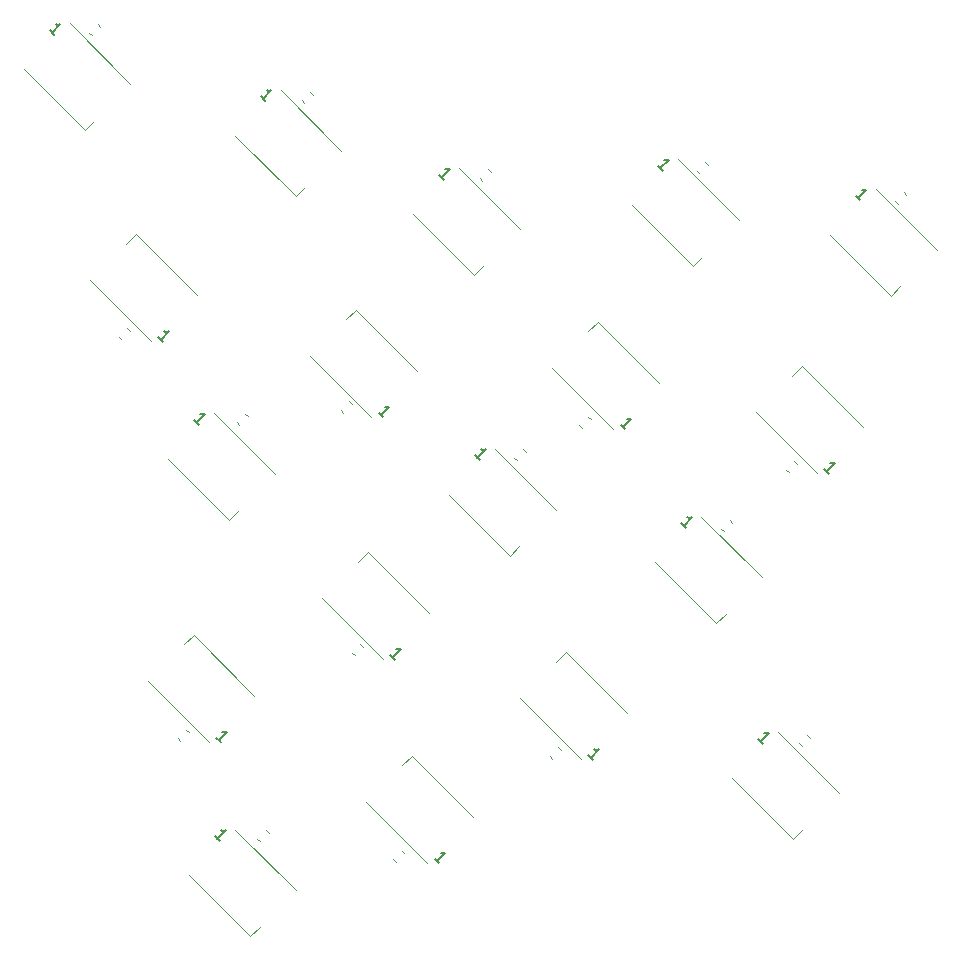
<source format=gto>
G04 #@! TF.GenerationSoftware,KiCad,Pcbnew,5.1.4+dfsg1-1*
G04 #@! TF.CreationDate,2019-11-16T18:33:33+01:00*
G04 #@! TF.ProjectId,LED-Polyhedron,4c45442d-506f-46c7-9968-6564726f6e2e,rev?*
G04 #@! TF.SameCoordinates,Original*
G04 #@! TF.FileFunction,Legend,Top*
G04 #@! TF.FilePolarity,Positive*
%FSLAX46Y46*%
G04 Gerber Fmt 4.6, Leading zero omitted, Abs format (unit mm)*
G04 Created by KiCad (PCBNEW 5.1.4+dfsg1-1) date 2019-11-16 18:33:33*
%MOMM*%
%LPD*%
G04 APERTURE LIST*
%ADD10C,0.120000*%
%ADD11C,0.150000*%
G04 APERTURE END LIST*
D10*
X25995522Y-73774273D02*
X26225727Y-74004478D01*
X25274273Y-74495522D02*
X25504478Y-74725727D01*
X71117426Y-66438675D02*
X71347631Y-66668880D01*
X71838675Y-65717426D02*
X72068880Y-65947631D01*
X37004478Y-76475727D02*
X36774273Y-76245522D01*
X37725727Y-75754478D02*
X37495522Y-75524273D01*
X69363604Y-65474517D02*
X74525483Y-70636396D01*
X65474517Y-69363604D02*
X70636396Y-74525483D01*
X70636396Y-74525483D02*
X71449569Y-73712311D01*
X24636396Y-82775483D02*
X25449569Y-81962311D01*
X19474517Y-77613604D02*
X24636396Y-82775483D01*
X23363604Y-73724517D02*
X28525483Y-78886396D01*
X39636396Y-76525483D02*
X34474517Y-71363604D01*
X43525483Y-72636396D02*
X38363604Y-67474517D01*
X38363604Y-67474517D02*
X37550431Y-68287689D01*
X63188675Y-17217426D02*
X63418880Y-17447631D01*
X62467426Y-17938675D02*
X62697631Y-18168880D01*
X34225727Y-58254478D02*
X33995522Y-58024273D01*
X33504478Y-58975727D02*
X33274273Y-58745522D01*
X18754478Y-66225727D02*
X18524273Y-65995522D01*
X19475727Y-65504478D02*
X19245522Y-65274273D01*
X23524273Y-39245522D02*
X23754478Y-39475727D01*
X24245522Y-38524273D02*
X24475727Y-38754478D01*
X47745522Y-41524273D02*
X47975727Y-41754478D01*
X47024273Y-42245522D02*
X47254478Y-42475727D01*
X64524273Y-48245522D02*
X64754478Y-48475727D01*
X65245522Y-47524273D02*
X65475727Y-47754478D01*
X70254478Y-43475727D02*
X70024273Y-43245522D01*
X70975727Y-42754478D02*
X70745522Y-42524273D01*
X53475727Y-39004478D02*
X53245522Y-38774273D01*
X52754478Y-39725727D02*
X52524273Y-39495522D01*
X32554478Y-38425727D02*
X32324273Y-38195522D01*
X33275727Y-37704478D02*
X33045522Y-37474273D01*
X14475727Y-31504478D02*
X14245522Y-31274273D01*
X13754478Y-32225727D02*
X13524273Y-31995522D01*
X11745522Y-5524273D02*
X11975727Y-5754478D01*
X11024273Y-6245522D02*
X11254478Y-6475727D01*
X29024273Y-11995522D02*
X29254478Y-12225727D01*
X29745522Y-11274273D02*
X29975727Y-11504478D01*
X44802369Y-17831120D02*
X45032574Y-18061325D01*
X44081120Y-18552369D02*
X44311325Y-18782574D01*
X50975727Y-67004478D02*
X50745522Y-66774273D01*
X50254478Y-67725727D02*
X50024273Y-67495522D01*
X79995522Y-19774273D02*
X80225727Y-20004478D01*
X79274273Y-20495522D02*
X79504478Y-20725727D01*
X21136396Y-66275483D02*
X15974517Y-61113604D01*
X25025483Y-62386396D02*
X19863604Y-57224517D01*
X19863604Y-57224517D02*
X19050431Y-58037689D01*
X22886396Y-47525483D02*
X23699569Y-46712311D01*
X17724517Y-42363604D02*
X22886396Y-47525483D01*
X21613604Y-38474517D02*
X26775483Y-43636396D01*
X45363604Y-41474517D02*
X50525483Y-46636396D01*
X41474517Y-45363604D02*
X46636396Y-50525483D01*
X46636396Y-50525483D02*
X47449569Y-49712311D01*
X64136396Y-56275483D02*
X64949569Y-55462311D01*
X58974517Y-51113604D02*
X64136396Y-56275483D01*
X62863604Y-47224517D02*
X68025483Y-52386396D01*
X72636396Y-43525483D02*
X67474517Y-38363604D01*
X76525483Y-39636396D02*
X71363604Y-34474517D01*
X71363604Y-34474517D02*
X70550431Y-35287689D01*
X54113604Y-30724517D02*
X53300431Y-31537689D01*
X59275483Y-35886396D02*
X54113604Y-30724517D01*
X55386396Y-39775483D02*
X50224517Y-34613604D01*
X34886396Y-38775483D02*
X29724517Y-33613604D01*
X38775483Y-34886396D02*
X33613604Y-29724517D01*
X33613604Y-29724517D02*
X32800431Y-30537689D01*
X14964645Y-23338299D02*
X14151472Y-24151471D01*
X20126524Y-28500178D02*
X14964645Y-23338299D01*
X16237437Y-32389265D02*
X11075558Y-27227386D01*
X9363604Y-5474517D02*
X14525483Y-10636396D01*
X5474517Y-9363604D02*
X10636396Y-14525483D01*
X10636396Y-14525483D02*
X11449569Y-13712311D01*
X28500178Y-20126524D02*
X29313351Y-19313352D01*
X23338299Y-14964645D02*
X28500178Y-20126524D01*
X27227386Y-11075558D02*
X32389265Y-16237437D01*
X42363604Y-17724517D02*
X47525483Y-22886396D01*
X38474517Y-21613604D02*
X43636396Y-26775483D01*
X43636396Y-26775483D02*
X44449569Y-25962311D01*
X62136396Y-26025483D02*
X62949569Y-25212311D01*
X56974517Y-20863604D02*
X62136396Y-26025483D01*
X60863604Y-16974517D02*
X66025483Y-22136396D01*
X77613604Y-19474517D02*
X82775483Y-24636396D01*
X73724517Y-23363604D02*
X78886396Y-28525483D01*
X78886396Y-28525483D02*
X79699569Y-27712311D01*
X51363604Y-58724517D02*
X50550431Y-59537689D01*
X56525483Y-63886396D02*
X51363604Y-58724517D01*
X52636396Y-67775483D02*
X47474517Y-62613604D01*
X35886396Y-59275483D02*
X30724517Y-54113604D01*
X39775483Y-55386396D02*
X34613604Y-50224517D01*
X34613604Y-50224517D02*
X33800431Y-51037689D01*
D11*
X68079026Y-66456048D02*
X67674965Y-66051987D01*
X67876996Y-66254017D02*
X68584103Y-65546910D01*
X68415744Y-65580582D01*
X68281057Y-65580582D01*
X68180042Y-65546910D01*
X22079026Y-74706048D02*
X21674965Y-74301987D01*
X21876996Y-74504017D02*
X22584103Y-73796910D01*
X22415744Y-73830582D01*
X22281057Y-73830582D01*
X22180042Y-73796910D01*
X40685270Y-76587776D02*
X40281209Y-76183715D01*
X40483240Y-76385745D02*
X41190347Y-75678638D01*
X41021988Y-75712310D01*
X40887301Y-75712310D01*
X40786286Y-75678638D01*
X22185270Y-66337776D02*
X21781209Y-65933715D01*
X21983240Y-66135745D02*
X22690347Y-65428638D01*
X22521988Y-65462310D01*
X22387301Y-65462310D01*
X22286286Y-65428638D01*
X20329026Y-39456048D02*
X19924965Y-39051987D01*
X20126996Y-39254017D02*
X20834103Y-38546910D01*
X20665744Y-38580582D01*
X20531057Y-38580582D01*
X20430042Y-38546910D01*
X44079026Y-42456048D02*
X43674965Y-42051987D01*
X43876996Y-42254017D02*
X44584103Y-41546910D01*
X44415744Y-41580582D01*
X44281057Y-41580582D01*
X44180042Y-41546910D01*
X61579026Y-48206048D02*
X61174965Y-47801987D01*
X61376996Y-48004017D02*
X62084103Y-47296910D01*
X61915744Y-47330582D01*
X61781057Y-47330582D01*
X61680042Y-47296910D01*
X73685270Y-43587776D02*
X73281209Y-43183715D01*
X73483240Y-43385745D02*
X74190347Y-42678638D01*
X74021988Y-42712310D01*
X73887301Y-42712310D01*
X73786286Y-42678638D01*
X56435270Y-39837776D02*
X56031209Y-39433715D01*
X56233240Y-39635745D02*
X56940347Y-38928638D01*
X56771988Y-38962310D01*
X56637301Y-38962310D01*
X56536286Y-38928638D01*
X35935270Y-38837776D02*
X35531209Y-38433715D01*
X35733240Y-38635745D02*
X36440347Y-37928638D01*
X36271988Y-37962310D01*
X36137301Y-37962310D01*
X36036286Y-37928638D01*
X17286311Y-32451558D02*
X16882250Y-32047497D01*
X17084281Y-32249527D02*
X17791388Y-31542420D01*
X17623029Y-31576092D01*
X17488342Y-31576092D01*
X17387327Y-31542420D01*
X8079026Y-6456048D02*
X7674965Y-6051987D01*
X7876996Y-6254017D02*
X8584103Y-5546910D01*
X8415744Y-5580582D01*
X8281057Y-5580582D01*
X8180042Y-5546910D01*
X25942808Y-12057089D02*
X25538747Y-11653028D01*
X25740778Y-11855058D02*
X26447885Y-11147951D01*
X26279526Y-11181623D01*
X26144839Y-11181623D01*
X26043824Y-11147951D01*
X41079026Y-18706048D02*
X40674965Y-18301987D01*
X40876996Y-18504017D02*
X41584103Y-17796910D01*
X41415744Y-17830582D01*
X41281057Y-17830582D01*
X41180042Y-17796910D01*
X59579026Y-17956048D02*
X59174965Y-17551987D01*
X59376996Y-17754017D02*
X60084103Y-17046910D01*
X59915744Y-17080582D01*
X59781057Y-17080582D01*
X59680042Y-17046910D01*
X76329026Y-20456048D02*
X75924965Y-20051987D01*
X76126996Y-20254017D02*
X76834103Y-19546910D01*
X76665744Y-19580582D01*
X76531057Y-19580582D01*
X76430042Y-19546910D01*
X53685270Y-67837776D02*
X53281209Y-67433715D01*
X53483240Y-67635745D02*
X54190347Y-66928638D01*
X54021988Y-66962310D01*
X53887301Y-66962310D01*
X53786286Y-66928638D01*
X36935270Y-59337776D02*
X36531209Y-58933715D01*
X36733240Y-59135745D02*
X37440347Y-58428638D01*
X37271988Y-58462310D01*
X37137301Y-58462310D01*
X37036286Y-58428638D01*
M02*

</source>
